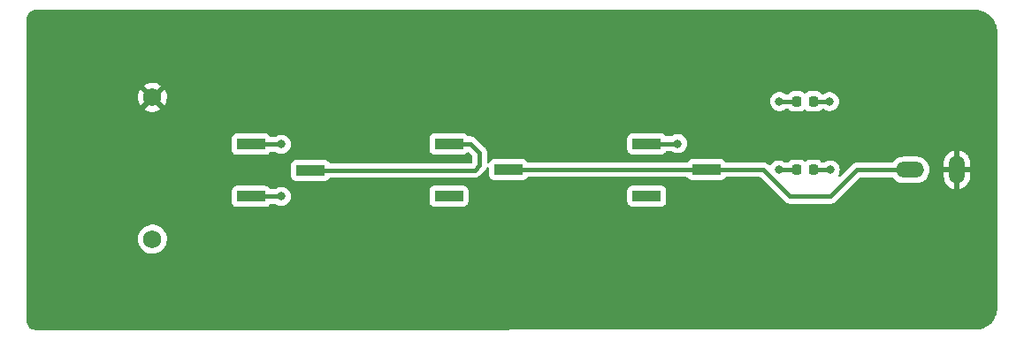
<source format=gtl>
%TF.GenerationSoftware,KiCad,Pcbnew,(6.0.2)*%
%TF.CreationDate,2022-08-27T15:51:37-07:00*%
%TF.ProjectId,TxBoard,5478426f-6172-4642-9e6b-696361645f70,5*%
%TF.SameCoordinates,Original*%
%TF.FileFunction,Copper,L1,Top*%
%TF.FilePolarity,Positive*%
%FSLAX46Y46*%
G04 Gerber Fmt 4.6, Leading zero omitted, Abs format (unit mm)*
G04 Created by KiCad (PCBNEW (6.0.2)) date 2022-08-27 15:51:37*
%MOMM*%
%LPD*%
G01*
G04 APERTURE LIST*
G04 Aperture macros list*
%AMRoundRect*
0 Rectangle with rounded corners*
0 $1 Rounding radius*
0 $2 $3 $4 $5 $6 $7 $8 $9 X,Y pos of 4 corners*
0 Add a 4 corners polygon primitive as box body*
4,1,4,$2,$3,$4,$5,$6,$7,$8,$9,$2,$3,0*
0 Add four circle primitives for the rounded corners*
1,1,$1+$1,$2,$3*
1,1,$1+$1,$4,$5*
1,1,$1+$1,$6,$7*
1,1,$1+$1,$8,$9*
0 Add four rect primitives between the rounded corners*
20,1,$1+$1,$2,$3,$4,$5,0*
20,1,$1+$1,$4,$5,$6,$7,0*
20,1,$1+$1,$6,$7,$8,$9,0*
20,1,$1+$1,$8,$9,$2,$3,0*%
G04 Aperture macros list end*
%TA.AperFunction,SMDPad,CuDef*%
%ADD10RoundRect,0.218750X0.218750X0.256250X-0.218750X0.256250X-0.218750X-0.256250X0.218750X-0.256250X0*%
%TD*%
%TA.AperFunction,ComponentPad*%
%ADD11C,7.000000*%
%TD*%
%TA.AperFunction,SMDPad,CuDef*%
%ADD12R,2.700000X1.000000*%
%TD*%
%TA.AperFunction,ComponentPad*%
%ADD13O,2.717800X1.501800*%
%TD*%
%TA.AperFunction,ComponentPad*%
%ADD14O,1.501800X2.717800*%
%TD*%
%TA.AperFunction,ComponentPad*%
%ADD15C,1.755000*%
%TD*%
%TA.AperFunction,ViaPad*%
%ADD16C,0.800000*%
%TD*%
%TA.AperFunction,Conductor*%
%ADD17C,0.381000*%
%TD*%
%TA.AperFunction,Conductor*%
%ADD18C,0.250000*%
%TD*%
G04 APERTURE END LIST*
D10*
X178841500Y-90600000D03*
X177266500Y-90600000D03*
X178841500Y-97155000D03*
X177266500Y-97155000D03*
D11*
X108077000Y-86360000D03*
D12*
X143950000Y-94650000D03*
X149650000Y-97150000D03*
X143950000Y-99650000D03*
D11*
X189200000Y-86360000D03*
D12*
X162900000Y-94650000D03*
X168600000Y-97150000D03*
X162900000Y-99650000D03*
X125000000Y-94700000D03*
X130700000Y-97200000D03*
X125000000Y-99700000D03*
D11*
X189300000Y-107950000D03*
X108077000Y-107950000D03*
D13*
X188099999Y-97155000D03*
D14*
X192600000Y-97155000D03*
D15*
X115572000Y-103795000D03*
X115572000Y-90205000D03*
D16*
X180467000Y-97155000D03*
X175600000Y-90600000D03*
X175545000Y-97155000D03*
X165850000Y-94650000D03*
X127900000Y-99700000D03*
X127900000Y-94700000D03*
X180400000Y-90600000D03*
D17*
X176595000Y-99695000D02*
X174050000Y-97150000D01*
X183045000Y-97155000D02*
X180505000Y-99695000D01*
X174050000Y-97150000D02*
X168600000Y-97150000D01*
X180505000Y-99695000D02*
X176595000Y-99695000D01*
X188099999Y-97155000D02*
X183045000Y-97155000D01*
X168600000Y-97150000D02*
X149650000Y-97150000D01*
X178929000Y-97155000D02*
X180467000Y-97155000D01*
D18*
X175600000Y-90600000D02*
X175500000Y-90600000D01*
D17*
X177179000Y-90600000D02*
X175600000Y-90600000D01*
X177179000Y-97155000D02*
X175545000Y-97155000D01*
X162900000Y-94650000D02*
X165850000Y-94650000D01*
X125000000Y-99700000D02*
X127900000Y-99700000D01*
X127900000Y-94700000D02*
X125000000Y-94700000D01*
X178929000Y-90600000D02*
X180400000Y-90600000D01*
X146900000Y-95500000D02*
X146900000Y-96700000D01*
X146050000Y-94650000D02*
X146900000Y-95500000D01*
X146900000Y-96700000D02*
X146400000Y-97200000D01*
X143950000Y-94650000D02*
X146050000Y-94650000D01*
X146400000Y-97200000D02*
X130700000Y-97200000D01*
%TA.AperFunction,Conductor*%
G36*
X194270057Y-81809500D02*
G01*
X194284858Y-81811805D01*
X194284861Y-81811805D01*
X194293730Y-81813186D01*
X194310899Y-81810941D01*
X194334838Y-81810108D01*
X194556608Y-81823522D01*
X194571713Y-81825356D01*
X194817082Y-81870322D01*
X194831855Y-81873963D01*
X195070025Y-81948180D01*
X195084243Y-81953572D01*
X195311721Y-82055952D01*
X195325194Y-82063023D01*
X195538674Y-82192076D01*
X195551195Y-82200718D01*
X195738808Y-82347704D01*
X195747571Y-82354569D01*
X195758959Y-82364659D01*
X195935341Y-82541041D01*
X195945431Y-82552429D01*
X196065959Y-82706271D01*
X196099281Y-82748804D01*
X196107924Y-82761326D01*
X196236977Y-82974806D01*
X196244047Y-82988277D01*
X196252615Y-83007313D01*
X196346426Y-83215753D01*
X196351822Y-83229980D01*
X196426037Y-83468145D01*
X196429678Y-83482918D01*
X196474644Y-83728287D01*
X196476478Y-83743391D01*
X196489455Y-83957929D01*
X196488198Y-83984639D01*
X196488195Y-83984859D01*
X196486814Y-83993730D01*
X196487978Y-84002632D01*
X196487978Y-84002635D01*
X196490936Y-84025251D01*
X196492000Y-84041589D01*
X196492000Y-110250672D01*
X196490500Y-110270056D01*
X196486814Y-110293730D01*
X196489059Y-110310897D01*
X196489892Y-110334838D01*
X196476478Y-110556608D01*
X196474644Y-110571713D01*
X196429678Y-110817082D01*
X196426037Y-110831855D01*
X196351822Y-111070020D01*
X196346428Y-111084243D01*
X196244048Y-111311721D01*
X196236977Y-111325194D01*
X196107924Y-111538674D01*
X196099282Y-111551195D01*
X196072871Y-111584906D01*
X195945431Y-111747571D01*
X195935341Y-111758959D01*
X195758959Y-111935341D01*
X195747571Y-111945431D01*
X195551196Y-112099281D01*
X195538674Y-112107924D01*
X195325194Y-112236977D01*
X195311723Y-112244047D01*
X195084243Y-112346428D01*
X195070025Y-112351820D01*
X194841990Y-112422879D01*
X194831855Y-112426037D01*
X194817082Y-112429678D01*
X194571713Y-112474644D01*
X194556609Y-112476478D01*
X194342071Y-112489455D01*
X194315361Y-112488198D01*
X194315141Y-112488195D01*
X194306270Y-112486814D01*
X194297368Y-112487978D01*
X194297366Y-112487978D01*
X194286073Y-112489455D01*
X194274707Y-112490941D01*
X194258388Y-112492005D01*
X104439252Y-112502045D01*
X104419859Y-112500545D01*
X104412011Y-112499324D01*
X104405092Y-112498246D01*
X104405090Y-112498246D01*
X104396220Y-112496865D01*
X104385222Y-112498303D01*
X104356539Y-112498760D01*
X104298201Y-112493014D01*
X104228278Y-112486127D01*
X104204056Y-112481309D01*
X104060466Y-112437752D01*
X104037653Y-112428302D01*
X103905326Y-112357571D01*
X103884789Y-112343848D01*
X103768804Y-112248662D01*
X103751338Y-112231196D01*
X103656152Y-112115211D01*
X103642429Y-112094674D01*
X103571698Y-111962347D01*
X103562248Y-111939534D01*
X103518691Y-111795944D01*
X103513873Y-111771722D01*
X103501905Y-111650216D01*
X103502358Y-111634174D01*
X103501644Y-111634165D01*
X103501754Y-111625192D01*
X103503135Y-111616320D01*
X103501971Y-111607419D01*
X103501971Y-111607414D01*
X103499027Y-111584906D01*
X103497963Y-111568524D01*
X103500678Y-103761021D01*
X114181665Y-103761021D01*
X114194785Y-103988555D01*
X114244890Y-104210891D01*
X114246834Y-104215677D01*
X114246835Y-104215682D01*
X114283903Y-104306969D01*
X114330636Y-104422058D01*
X114449720Y-104616385D01*
X114598943Y-104788653D01*
X114774299Y-104934236D01*
X114778751Y-104936838D01*
X114778756Y-104936841D01*
X114966619Y-105046619D01*
X114971077Y-105049224D01*
X115183993Y-105130528D01*
X115189061Y-105131559D01*
X115189064Y-105131560D01*
X115298741Y-105153874D01*
X115407330Y-105175967D01*
X115412503Y-105176157D01*
X115412506Y-105176157D01*
X115629925Y-105184129D01*
X115629929Y-105184129D01*
X115635089Y-105184318D01*
X115640209Y-105183662D01*
X115640211Y-105183662D01*
X115856025Y-105156016D01*
X115856026Y-105156016D01*
X115861153Y-105155359D01*
X115866103Y-105153874D01*
X116074497Y-105091353D01*
X116074502Y-105091351D01*
X116079452Y-105089866D01*
X116085548Y-105086880D01*
X116279473Y-104991877D01*
X116279478Y-104991874D01*
X116284124Y-104989598D01*
X116288334Y-104986595D01*
X116288339Y-104986592D01*
X116465458Y-104860254D01*
X116465463Y-104860250D01*
X116469670Y-104857249D01*
X116631109Y-104696373D01*
X116685782Y-104620288D01*
X116761087Y-104515489D01*
X116764105Y-104511289D01*
X116806030Y-104426462D01*
X116862793Y-104311611D01*
X116862794Y-104311609D01*
X116865087Y-104306969D01*
X116931341Y-104088900D01*
X116961090Y-103862938D01*
X116962750Y-103795000D01*
X116944075Y-103567854D01*
X116888552Y-103346809D01*
X116797673Y-103137800D01*
X116673877Y-102946441D01*
X116520489Y-102777870D01*
X116516438Y-102774671D01*
X116516434Y-102774667D01*
X116345683Y-102639816D01*
X116345678Y-102639813D01*
X116341629Y-102636615D01*
X116337113Y-102634122D01*
X116337110Y-102634120D01*
X116146624Y-102528966D01*
X116146620Y-102528964D01*
X116142100Y-102526469D01*
X116137231Y-102524745D01*
X116137227Y-102524743D01*
X115932136Y-102452116D01*
X115932132Y-102452115D01*
X115927261Y-102450390D01*
X115922168Y-102449483D01*
X115922165Y-102449482D01*
X115707970Y-102411328D01*
X115707964Y-102411327D01*
X115702881Y-102410422D01*
X115629469Y-102409525D01*
X115480156Y-102407701D01*
X115480154Y-102407701D01*
X115474986Y-102407638D01*
X115249697Y-102442112D01*
X115033063Y-102512919D01*
X115028475Y-102515307D01*
X115028471Y-102515309D01*
X114835491Y-102615768D01*
X114830902Y-102618157D01*
X114826769Y-102621260D01*
X114826766Y-102621262D01*
X114809641Y-102634120D01*
X114648645Y-102755000D01*
X114491184Y-102919773D01*
X114362750Y-103108050D01*
X114266791Y-103314777D01*
X114205884Y-103534399D01*
X114181665Y-103761021D01*
X103500678Y-103761021D01*
X103501899Y-100248134D01*
X123141500Y-100248134D01*
X123148255Y-100310316D01*
X123199385Y-100446705D01*
X123286739Y-100563261D01*
X123403295Y-100650615D01*
X123539684Y-100701745D01*
X123601866Y-100708500D01*
X126398134Y-100708500D01*
X126460316Y-100701745D01*
X126596705Y-100650615D01*
X126713261Y-100563261D01*
X126798569Y-100449435D01*
X126855428Y-100406920D01*
X126899395Y-100399000D01*
X127275519Y-100399000D01*
X127343640Y-100419002D01*
X127349580Y-100423064D01*
X127392010Y-100453891D01*
X127443248Y-100491118D01*
X127449276Y-100493802D01*
X127449278Y-100493803D01*
X127611681Y-100566109D01*
X127617712Y-100568794D01*
X127711112Y-100588647D01*
X127798056Y-100607128D01*
X127798061Y-100607128D01*
X127804513Y-100608500D01*
X127995487Y-100608500D01*
X128001939Y-100607128D01*
X128001944Y-100607128D01*
X128088888Y-100588647D01*
X128182288Y-100568794D01*
X128188319Y-100566109D01*
X128350722Y-100493803D01*
X128350724Y-100493802D01*
X128356752Y-100491118D01*
X128511253Y-100378866D01*
X128516216Y-100373354D01*
X128634621Y-100241852D01*
X128634622Y-100241851D01*
X128639040Y-100236944D01*
X128661447Y-100198134D01*
X142091500Y-100198134D01*
X142098255Y-100260316D01*
X142149385Y-100396705D01*
X142236739Y-100513261D01*
X142353295Y-100600615D01*
X142489684Y-100651745D01*
X142551866Y-100658500D01*
X145348134Y-100658500D01*
X145410316Y-100651745D01*
X145546705Y-100600615D01*
X145663261Y-100513261D01*
X145750615Y-100396705D01*
X145801745Y-100260316D01*
X145808500Y-100198134D01*
X161041500Y-100198134D01*
X161048255Y-100260316D01*
X161099385Y-100396705D01*
X161186739Y-100513261D01*
X161303295Y-100600615D01*
X161439684Y-100651745D01*
X161501866Y-100658500D01*
X164298134Y-100658500D01*
X164360316Y-100651745D01*
X164496705Y-100600615D01*
X164613261Y-100513261D01*
X164700615Y-100396705D01*
X164751745Y-100260316D01*
X164758500Y-100198134D01*
X164758500Y-99101866D01*
X164751745Y-99039684D01*
X164700615Y-98903295D01*
X164613261Y-98786739D01*
X164496705Y-98699385D01*
X164360316Y-98648255D01*
X164298134Y-98641500D01*
X161501866Y-98641500D01*
X161439684Y-98648255D01*
X161303295Y-98699385D01*
X161186739Y-98786739D01*
X161099385Y-98903295D01*
X161048255Y-99039684D01*
X161041500Y-99101866D01*
X161041500Y-100198134D01*
X145808500Y-100198134D01*
X145808500Y-99101866D01*
X145801745Y-99039684D01*
X145750615Y-98903295D01*
X145663261Y-98786739D01*
X145546705Y-98699385D01*
X145410316Y-98648255D01*
X145348134Y-98641500D01*
X142551866Y-98641500D01*
X142489684Y-98648255D01*
X142353295Y-98699385D01*
X142236739Y-98786739D01*
X142149385Y-98903295D01*
X142098255Y-99039684D01*
X142091500Y-99101866D01*
X142091500Y-100198134D01*
X128661447Y-100198134D01*
X128734527Y-100071556D01*
X128793542Y-99889928D01*
X128813504Y-99700000D01*
X128793542Y-99510072D01*
X128734527Y-99328444D01*
X128639040Y-99163056D01*
X128628965Y-99151866D01*
X128515675Y-99026045D01*
X128515674Y-99026044D01*
X128511253Y-99021134D01*
X128356752Y-98908882D01*
X128350724Y-98906198D01*
X128350722Y-98906197D01*
X128188319Y-98833891D01*
X128188318Y-98833891D01*
X128182288Y-98831206D01*
X128088887Y-98811353D01*
X128001944Y-98792872D01*
X128001939Y-98792872D01*
X127995487Y-98791500D01*
X127804513Y-98791500D01*
X127798061Y-98792872D01*
X127798056Y-98792872D01*
X127711113Y-98811353D01*
X127617712Y-98831206D01*
X127611682Y-98833891D01*
X127611681Y-98833891D01*
X127449278Y-98906197D01*
X127449276Y-98906198D01*
X127443248Y-98908882D01*
X127437907Y-98912762D01*
X127437906Y-98912763D01*
X127349580Y-98976936D01*
X127282712Y-99000794D01*
X127275519Y-99001000D01*
X126899395Y-99001000D01*
X126831274Y-98980998D01*
X126798569Y-98950565D01*
X126718642Y-98843919D01*
X126713261Y-98836739D01*
X126596705Y-98749385D01*
X126460316Y-98698255D01*
X126398134Y-98691500D01*
X123601866Y-98691500D01*
X123539684Y-98698255D01*
X123403295Y-98749385D01*
X123286739Y-98836739D01*
X123199385Y-98953295D01*
X123148255Y-99089684D01*
X123141500Y-99151866D01*
X123141500Y-100248134D01*
X103501899Y-100248134D01*
X103502769Y-97748134D01*
X128841500Y-97748134D01*
X128848255Y-97810316D01*
X128899385Y-97946705D01*
X128986739Y-98063261D01*
X129103295Y-98150615D01*
X129239684Y-98201745D01*
X129301866Y-98208500D01*
X132098134Y-98208500D01*
X132160316Y-98201745D01*
X132296705Y-98150615D01*
X132413261Y-98063261D01*
X132498569Y-97949435D01*
X132555428Y-97906920D01*
X132599395Y-97899000D01*
X146371401Y-97899000D01*
X146379971Y-97899292D01*
X146429277Y-97902654D01*
X146429281Y-97902654D01*
X146436852Y-97903170D01*
X146444328Y-97901865D01*
X146444332Y-97901865D01*
X146498924Y-97892337D01*
X146505449Y-97891374D01*
X146560418Y-97884722D01*
X146560420Y-97884721D01*
X146567960Y-97883809D01*
X146575062Y-97881125D01*
X146578500Y-97880281D01*
X146592623Y-97876417D01*
X146596034Y-97875387D01*
X146603517Y-97874081D01*
X146621801Y-97866055D01*
X146661198Y-97848761D01*
X146667304Y-97846270D01*
X146719117Y-97826691D01*
X146719118Y-97826690D01*
X146726222Y-97824006D01*
X146732477Y-97819707D01*
X146735618Y-97818065D01*
X146748372Y-97810967D01*
X146751478Y-97809130D01*
X146758433Y-97806077D01*
X146764460Y-97801452D01*
X146764464Y-97801450D01*
X146808402Y-97767735D01*
X146813720Y-97763871D01*
X146865652Y-97728179D01*
X146906526Y-97682303D01*
X146911490Y-97677045D01*
X147374053Y-97214483D01*
X147380319Y-97208630D01*
X147417547Y-97176154D01*
X147423274Y-97171158D01*
X147459498Y-97119617D01*
X147463423Y-97114332D01*
X147497607Y-97070735D01*
X147502292Y-97064760D01*
X147505416Y-97057842D01*
X147507245Y-97054821D01*
X147514500Y-97042102D01*
X147516188Y-97038954D01*
X147520556Y-97032739D01*
X147543438Y-96974050D01*
X147545991Y-96967976D01*
X147550665Y-96957625D01*
X147596929Y-96903772D01*
X147664964Y-96883480D01*
X147733169Y-96903192D01*
X147779890Y-96956649D01*
X147791500Y-97009479D01*
X147791500Y-97698134D01*
X147798255Y-97760316D01*
X147849385Y-97896705D01*
X147936739Y-98013261D01*
X148053295Y-98100615D01*
X148189684Y-98151745D01*
X148251866Y-98158500D01*
X151048134Y-98158500D01*
X151110316Y-98151745D01*
X151246705Y-98100615D01*
X151363261Y-98013261D01*
X151448569Y-97899435D01*
X151505428Y-97856920D01*
X151549395Y-97849000D01*
X166700605Y-97849000D01*
X166768726Y-97869002D01*
X166801431Y-97899435D01*
X166886739Y-98013261D01*
X167003295Y-98100615D01*
X167139684Y-98151745D01*
X167201866Y-98158500D01*
X169998134Y-98158500D01*
X170060316Y-98151745D01*
X170196705Y-98100615D01*
X170313261Y-98013261D01*
X170398569Y-97899435D01*
X170455428Y-97856920D01*
X170499395Y-97849000D01*
X173708275Y-97849000D01*
X173776396Y-97869002D01*
X173797370Y-97885905D01*
X174943749Y-99032285D01*
X176080510Y-100169046D01*
X176086363Y-100175311D01*
X176123842Y-100218274D01*
X176175383Y-100254498D01*
X176180668Y-100258423D01*
X176192519Y-100267715D01*
X176230240Y-100297292D01*
X176237158Y-100300416D01*
X176240179Y-100302245D01*
X176252898Y-100309500D01*
X176256046Y-100311188D01*
X176262261Y-100315556D01*
X176320950Y-100338438D01*
X176326995Y-100340978D01*
X176384435Y-100366913D01*
X176391908Y-100368298D01*
X176395326Y-100369369D01*
X176409315Y-100373354D01*
X176412807Y-100374251D01*
X176419889Y-100377012D01*
X176427422Y-100378004D01*
X176427423Y-100378004D01*
X176482330Y-100385233D01*
X176488843Y-100386265D01*
X176543318Y-100396361D01*
X176543320Y-100396361D01*
X176550787Y-100397745D01*
X176558367Y-100397308D01*
X176558368Y-100397308D01*
X176612112Y-100394209D01*
X176619365Y-100394000D01*
X180476401Y-100394000D01*
X180484971Y-100394292D01*
X180534277Y-100397654D01*
X180534281Y-100397654D01*
X180541852Y-100398170D01*
X180549328Y-100396865D01*
X180549332Y-100396865D01*
X180603924Y-100387337D01*
X180610449Y-100386374D01*
X180665418Y-100379722D01*
X180665420Y-100379721D01*
X180672960Y-100378809D01*
X180680062Y-100376125D01*
X180683500Y-100375281D01*
X180697623Y-100371417D01*
X180701034Y-100370387D01*
X180708517Y-100369081D01*
X180766197Y-100343761D01*
X180772304Y-100341270D01*
X180824117Y-100321691D01*
X180824118Y-100321690D01*
X180831222Y-100319006D01*
X180837477Y-100314707D01*
X180840618Y-100313065D01*
X180853372Y-100305967D01*
X180856478Y-100304130D01*
X180863433Y-100301077D01*
X180869460Y-100296452D01*
X180869464Y-100296450D01*
X180913402Y-100262735D01*
X180918720Y-100258871D01*
X180970652Y-100223179D01*
X181011519Y-100177311D01*
X181016499Y-100172036D01*
X183297630Y-97890905D01*
X183359942Y-97856879D01*
X183386725Y-97854000D01*
X186378680Y-97854000D01*
X186446801Y-97874002D01*
X186478642Y-97903296D01*
X186561212Y-98010903D01*
X186565357Y-98014674D01*
X186565360Y-98014678D01*
X186689875Y-98127978D01*
X186727489Y-98162204D01*
X186917933Y-98281669D01*
X187126521Y-98365521D01*
X187132012Y-98366658D01*
X187132015Y-98366659D01*
X187271695Y-98395585D01*
X187346662Y-98411110D01*
X187351273Y-98411376D01*
X187351274Y-98411376D01*
X187401899Y-98414295D01*
X187401903Y-98414295D01*
X187403722Y-98414400D01*
X188765033Y-98414400D01*
X188767819Y-98414151D01*
X188767827Y-98414151D01*
X188849803Y-98406835D01*
X188931921Y-98399506D01*
X188937337Y-98398024D01*
X188937339Y-98398024D01*
X189056149Y-98365521D01*
X189148765Y-98340184D01*
X189153823Y-98337772D01*
X189153827Y-98337770D01*
X189271444Y-98281669D01*
X189351677Y-98243400D01*
X189534243Y-98112213D01*
X189690692Y-97950769D01*
X189780442Y-97817207D01*
X191341100Y-97817207D01*
X191341349Y-97822802D01*
X191355490Y-97981237D01*
X191357472Y-97992252D01*
X191413807Y-98198180D01*
X191417701Y-98208653D01*
X191509618Y-98401360D01*
X191515304Y-98410975D01*
X191639891Y-98584357D01*
X191647199Y-98592823D01*
X191800514Y-98741394D01*
X191809211Y-98748437D01*
X191986409Y-98867509D01*
X191996209Y-98872897D01*
X192191697Y-98958711D01*
X192202296Y-98962278D01*
X192328384Y-98992549D01*
X192342470Y-98991844D01*
X192346000Y-98982965D01*
X192346000Y-98982317D01*
X192854000Y-98982317D01*
X192858105Y-98996297D01*
X192867778Y-98997799D01*
X192868160Y-98997717D01*
X193072224Y-98934938D01*
X193082570Y-98930717D01*
X193272296Y-98832792D01*
X193281727Y-98826807D01*
X193451118Y-98696828D01*
X193459335Y-98689272D01*
X193603030Y-98531353D01*
X193609783Y-98522457D01*
X193723242Y-98341589D01*
X193728313Y-98331638D01*
X193807949Y-98133535D01*
X193811178Y-98122840D01*
X193854674Y-97912803D01*
X193855877Y-97903666D01*
X193858795Y-97853062D01*
X193858900Y-97849415D01*
X193858900Y-97427115D01*
X193854425Y-97411876D01*
X193853035Y-97410671D01*
X193845352Y-97409000D01*
X192872115Y-97409000D01*
X192856876Y-97413475D01*
X192855671Y-97414865D01*
X192854000Y-97422548D01*
X192854000Y-98982317D01*
X192346000Y-98982317D01*
X192346000Y-97427115D01*
X192341525Y-97411876D01*
X192340135Y-97410671D01*
X192332452Y-97409000D01*
X191359215Y-97409000D01*
X191343976Y-97413475D01*
X191342771Y-97414865D01*
X191341100Y-97422548D01*
X191341100Y-97817207D01*
X189780442Y-97817207D01*
X189816080Y-97764173D01*
X189906443Y-97558321D01*
X189941601Y-97411876D01*
X189957614Y-97345178D01*
X189957614Y-97345177D01*
X189958924Y-97339721D01*
X189969002Y-97164943D01*
X189971542Y-97120888D01*
X189971542Y-97120885D01*
X189971865Y-97115281D01*
X189944857Y-96892098D01*
X189942023Y-96882885D01*
X191341100Y-96882885D01*
X191345575Y-96898124D01*
X191346965Y-96899329D01*
X191354648Y-96901000D01*
X192327885Y-96901000D01*
X192343124Y-96896525D01*
X192344329Y-96895135D01*
X192346000Y-96887452D01*
X192346000Y-96882885D01*
X192854000Y-96882885D01*
X192858475Y-96898124D01*
X192859865Y-96899329D01*
X192867548Y-96901000D01*
X193840785Y-96901000D01*
X193856024Y-96896525D01*
X193857229Y-96895135D01*
X193858900Y-96887452D01*
X193858900Y-96492793D01*
X193858651Y-96487198D01*
X193844510Y-96328763D01*
X193842528Y-96317748D01*
X193786193Y-96111820D01*
X193782299Y-96101347D01*
X193690382Y-95908640D01*
X193684696Y-95899025D01*
X193560109Y-95725643D01*
X193552801Y-95717177D01*
X193399486Y-95568606D01*
X193390789Y-95561563D01*
X193213591Y-95442491D01*
X193203791Y-95437103D01*
X193008303Y-95351289D01*
X192997704Y-95347722D01*
X192871616Y-95317451D01*
X192857530Y-95318156D01*
X192854000Y-95327035D01*
X192854000Y-96882885D01*
X192346000Y-96882885D01*
X192346000Y-95327683D01*
X192341895Y-95313703D01*
X192332222Y-95312201D01*
X192331840Y-95312283D01*
X192127776Y-95375062D01*
X192117430Y-95379283D01*
X191927704Y-95477208D01*
X191918273Y-95483193D01*
X191748882Y-95613172D01*
X191740665Y-95620728D01*
X191596970Y-95778647D01*
X191590217Y-95787543D01*
X191476758Y-95968411D01*
X191471687Y-95978362D01*
X191392051Y-96176465D01*
X191388822Y-96187160D01*
X191345326Y-96397197D01*
X191344123Y-96406334D01*
X191341205Y-96456938D01*
X191341100Y-96460585D01*
X191341100Y-96882885D01*
X189942023Y-96882885D01*
X189878753Y-96677224D01*
X189872776Y-96665642D01*
X189778214Y-96482433D01*
X189778213Y-96482432D01*
X189775643Y-96477452D01*
X189638786Y-96299097D01*
X189634641Y-96295326D01*
X189634638Y-96295322D01*
X189476662Y-96151575D01*
X189472509Y-96147796D01*
X189282065Y-96028331D01*
X189073477Y-95944479D01*
X189067986Y-95943342D01*
X189067983Y-95943341D01*
X188916526Y-95911976D01*
X188853336Y-95898890D01*
X188848725Y-95898624D01*
X188848724Y-95898624D01*
X188798099Y-95895705D01*
X188798095Y-95895705D01*
X188796276Y-95895600D01*
X187434965Y-95895600D01*
X187432179Y-95895849D01*
X187432171Y-95895849D01*
X187350195Y-95903165D01*
X187268077Y-95910494D01*
X187262661Y-95911976D01*
X187262659Y-95911976D01*
X187177563Y-95935256D01*
X187051233Y-95969816D01*
X187046175Y-95972228D01*
X187046171Y-95972230D01*
X186949777Y-96018208D01*
X186848321Y-96066600D01*
X186665755Y-96197787D01*
X186509306Y-96359231D01*
X186496101Y-96378882D01*
X186481725Y-96400276D01*
X186427129Y-96445661D01*
X186377143Y-96456000D01*
X183073589Y-96456000D01*
X183065019Y-96455708D01*
X183015724Y-96452347D01*
X183015720Y-96452347D01*
X183008148Y-96451831D01*
X183000671Y-96453136D01*
X183000670Y-96453136D01*
X182978886Y-96456938D01*
X182946085Y-96462663D01*
X182939568Y-96463624D01*
X182925461Y-96465331D01*
X182884582Y-96470278D01*
X182884579Y-96470279D01*
X182877040Y-96471191D01*
X182869931Y-96473877D01*
X182866488Y-96474723D01*
X182852363Y-96478586D01*
X182848958Y-96479614D01*
X182841482Y-96480919D01*
X182783810Y-96506235D01*
X182777715Y-96508723D01*
X182725880Y-96528310D01*
X182725878Y-96528311D01*
X182718778Y-96530994D01*
X182712526Y-96535291D01*
X182709383Y-96536934D01*
X182696635Y-96544029D01*
X182693523Y-96545870D01*
X182686567Y-96548923D01*
X182637500Y-96586573D01*
X182636602Y-96587262D01*
X182631275Y-96591133D01*
X182579348Y-96626821D01*
X182574296Y-96632491D01*
X182574295Y-96632492D01*
X182538490Y-96672679D01*
X182533509Y-96677955D01*
X181454562Y-97756903D01*
X181392251Y-97790927D01*
X181321436Y-97785863D01*
X181264600Y-97743316D01*
X181239789Y-97676796D01*
X181256349Y-97604807D01*
X181298223Y-97532279D01*
X181298224Y-97532278D01*
X181301527Y-97526556D01*
X181360542Y-97344928D01*
X181361679Y-97334116D01*
X181379814Y-97161565D01*
X181380504Y-97155000D01*
X181375743Y-97109704D01*
X181361232Y-96971635D01*
X181361232Y-96971633D01*
X181360542Y-96965072D01*
X181301527Y-96783444D01*
X181206040Y-96618056D01*
X181191463Y-96601866D01*
X181082675Y-96481045D01*
X181082674Y-96481044D01*
X181078253Y-96476134D01*
X180969606Y-96397197D01*
X180929094Y-96367763D01*
X180929093Y-96367762D01*
X180923752Y-96363882D01*
X180917724Y-96361198D01*
X180917722Y-96361197D01*
X180755319Y-96288891D01*
X180755318Y-96288891D01*
X180749288Y-96286206D01*
X180655888Y-96266353D01*
X180568944Y-96247872D01*
X180568939Y-96247872D01*
X180562487Y-96246500D01*
X180371513Y-96246500D01*
X180365061Y-96247872D01*
X180365056Y-96247872D01*
X180278112Y-96266353D01*
X180184712Y-96286206D01*
X180178682Y-96288891D01*
X180178681Y-96288891D01*
X180016278Y-96361197D01*
X180016276Y-96361198D01*
X180010248Y-96363882D01*
X180004907Y-96367762D01*
X180004906Y-96367763D01*
X179916580Y-96431936D01*
X179849712Y-96455794D01*
X179842519Y-96456000D01*
X179698274Y-96456000D01*
X179630153Y-96435998D01*
X179609256Y-96419173D01*
X179519233Y-96329307D01*
X179514053Y-96324136D01*
X179369692Y-96235151D01*
X179362743Y-96232846D01*
X179215262Y-96183928D01*
X179215260Y-96183928D01*
X179208731Y-96181762D01*
X179108572Y-96171500D01*
X178574428Y-96171500D01*
X178571182Y-96171837D01*
X178571178Y-96171837D01*
X178537397Y-96175342D01*
X178473018Y-96182022D01*
X178312151Y-96235692D01*
X178167945Y-96324929D01*
X178143113Y-96349805D01*
X178080832Y-96383884D01*
X178010012Y-96378882D01*
X177964922Y-96349960D01*
X177944233Y-96329307D01*
X177939053Y-96324136D01*
X177794692Y-96235151D01*
X177787743Y-96232846D01*
X177640262Y-96183928D01*
X177640260Y-96183928D01*
X177633731Y-96181762D01*
X177533572Y-96171500D01*
X176999428Y-96171500D01*
X176996182Y-96171837D01*
X176996178Y-96171837D01*
X176962397Y-96175342D01*
X176898018Y-96182022D01*
X176737151Y-96235692D01*
X176592945Y-96324929D01*
X176514716Y-96403295D01*
X176499020Y-96419018D01*
X176436738Y-96453097D01*
X176409847Y-96456000D01*
X176169481Y-96456000D01*
X176101360Y-96435998D01*
X176095420Y-96431936D01*
X176007094Y-96367763D01*
X176007093Y-96367762D01*
X176001752Y-96363882D01*
X175995724Y-96361198D01*
X175995722Y-96361197D01*
X175833319Y-96288891D01*
X175833318Y-96288891D01*
X175827288Y-96286206D01*
X175733888Y-96266353D01*
X175646944Y-96247872D01*
X175646939Y-96247872D01*
X175640487Y-96246500D01*
X175449513Y-96246500D01*
X175443061Y-96247872D01*
X175443056Y-96247872D01*
X175356112Y-96266353D01*
X175262712Y-96286206D01*
X175256682Y-96288891D01*
X175256681Y-96288891D01*
X175094278Y-96361197D01*
X175094276Y-96361198D01*
X175088248Y-96363882D01*
X175082907Y-96367762D01*
X175082906Y-96367763D01*
X175042394Y-96397197D01*
X174933747Y-96476134D01*
X174929326Y-96481044D01*
X174929325Y-96481045D01*
X174820538Y-96601866D01*
X174805960Y-96618056D01*
X174802661Y-96623769D01*
X174802658Y-96623774D01*
X174778486Y-96665642D01*
X174727103Y-96714635D01*
X174657390Y-96728071D01*
X174591479Y-96701684D01*
X174580272Y-96691737D01*
X174564497Y-96675962D01*
X174558643Y-96669696D01*
X174521158Y-96626726D01*
X174469622Y-96590506D01*
X174464326Y-96586573D01*
X174420737Y-96552394D01*
X174420734Y-96552392D01*
X174414760Y-96547708D01*
X174407836Y-96544582D01*
X174404801Y-96542744D01*
X174392102Y-96535500D01*
X174388954Y-96533812D01*
X174382739Y-96529444D01*
X174324050Y-96506562D01*
X174318005Y-96504022D01*
X174260565Y-96478087D01*
X174253092Y-96476702D01*
X174249674Y-96475631D01*
X174235685Y-96471646D01*
X174232193Y-96470749D01*
X174225111Y-96467988D01*
X174217578Y-96466996D01*
X174217577Y-96466996D01*
X174162670Y-96459767D01*
X174156157Y-96458735D01*
X174101682Y-96448639D01*
X174101680Y-96448639D01*
X174094213Y-96447255D01*
X174086633Y-96447692D01*
X174086632Y-96447692D01*
X174032888Y-96450791D01*
X174025635Y-96451000D01*
X170499395Y-96451000D01*
X170431274Y-96430998D01*
X170398569Y-96400565D01*
X170346701Y-96331358D01*
X170313261Y-96286739D01*
X170196705Y-96199385D01*
X170060316Y-96148255D01*
X169998134Y-96141500D01*
X167201866Y-96141500D01*
X167139684Y-96148255D01*
X167003295Y-96199385D01*
X166886739Y-96286739D01*
X166853299Y-96331358D01*
X166801431Y-96400565D01*
X166744572Y-96443080D01*
X166700605Y-96451000D01*
X151549395Y-96451000D01*
X151481274Y-96430998D01*
X151448569Y-96400565D01*
X151396701Y-96331358D01*
X151363261Y-96286739D01*
X151246705Y-96199385D01*
X151110316Y-96148255D01*
X151048134Y-96141500D01*
X148251866Y-96141500D01*
X148189684Y-96148255D01*
X148053295Y-96199385D01*
X147936739Y-96286739D01*
X147849385Y-96403295D01*
X147846233Y-96411704D01*
X147846232Y-96411705D01*
X147842982Y-96420374D01*
X147800341Y-96477139D01*
X147733779Y-96501839D01*
X147664430Y-96486632D01*
X147614312Y-96436346D01*
X147599000Y-96376145D01*
X147599000Y-95528600D01*
X147599292Y-95520029D01*
X147601263Y-95491118D01*
X147603170Y-95463149D01*
X147592334Y-95401065D01*
X147591378Y-95394586D01*
X147583809Y-95332040D01*
X147581125Y-95324938D01*
X147580270Y-95321456D01*
X147576430Y-95307421D01*
X147575389Y-95303973D01*
X147574082Y-95296483D01*
X147551358Y-95244717D01*
X147548763Y-95238805D01*
X147546270Y-95232697D01*
X147533210Y-95198134D01*
X161041500Y-95198134D01*
X161048255Y-95260316D01*
X161099385Y-95396705D01*
X161186739Y-95513261D01*
X161303295Y-95600615D01*
X161439684Y-95651745D01*
X161501866Y-95658500D01*
X164298134Y-95658500D01*
X164360316Y-95651745D01*
X164496705Y-95600615D01*
X164613261Y-95513261D01*
X164698569Y-95399435D01*
X164755428Y-95356920D01*
X164799395Y-95349000D01*
X165225519Y-95349000D01*
X165293640Y-95369002D01*
X165299580Y-95373064D01*
X165346179Y-95406920D01*
X165393248Y-95441118D01*
X165399276Y-95443802D01*
X165399278Y-95443803D01*
X165561681Y-95516109D01*
X165567712Y-95518794D01*
X165661112Y-95538647D01*
X165748056Y-95557128D01*
X165748061Y-95557128D01*
X165754513Y-95558500D01*
X165945487Y-95558500D01*
X165951939Y-95557128D01*
X165951944Y-95557128D01*
X166038887Y-95538647D01*
X166132288Y-95518794D01*
X166138319Y-95516109D01*
X166300722Y-95443803D01*
X166300724Y-95443802D01*
X166306752Y-95441118D01*
X166461253Y-95328866D01*
X166470896Y-95318156D01*
X166584621Y-95191852D01*
X166584622Y-95191851D01*
X166589040Y-95186944D01*
X166684527Y-95021556D01*
X166743542Y-94839928D01*
X166763504Y-94650000D01*
X166743542Y-94460072D01*
X166684527Y-94278444D01*
X166589040Y-94113056D01*
X166578965Y-94101866D01*
X166465675Y-93976045D01*
X166465674Y-93976044D01*
X166461253Y-93971134D01*
X166306752Y-93858882D01*
X166300724Y-93856198D01*
X166300722Y-93856197D01*
X166138319Y-93783891D01*
X166138318Y-93783891D01*
X166132288Y-93781206D01*
X166038888Y-93761353D01*
X165951944Y-93742872D01*
X165951939Y-93742872D01*
X165945487Y-93741500D01*
X165754513Y-93741500D01*
X165748061Y-93742872D01*
X165748056Y-93742872D01*
X165661112Y-93761353D01*
X165567712Y-93781206D01*
X165561682Y-93783891D01*
X165561681Y-93783891D01*
X165399278Y-93856197D01*
X165399276Y-93856198D01*
X165393248Y-93858882D01*
X165387907Y-93862762D01*
X165387906Y-93862763D01*
X165299580Y-93926936D01*
X165232712Y-93950794D01*
X165225519Y-93951000D01*
X164799395Y-93951000D01*
X164731274Y-93930998D01*
X164698569Y-93900565D01*
X164650734Y-93836739D01*
X164613261Y-93786739D01*
X164496705Y-93699385D01*
X164360316Y-93648255D01*
X164298134Y-93641500D01*
X161501866Y-93641500D01*
X161439684Y-93648255D01*
X161303295Y-93699385D01*
X161186739Y-93786739D01*
X161099385Y-93903295D01*
X161048255Y-94039684D01*
X161041500Y-94101866D01*
X161041500Y-95198134D01*
X147533210Y-95198134D01*
X147526692Y-95180886D01*
X147526692Y-95180885D01*
X147524006Y-95173778D01*
X147519700Y-95167512D01*
X147518050Y-95164357D01*
X147510931Y-95151565D01*
X147509131Y-95148521D01*
X147506078Y-95141567D01*
X147467740Y-95091604D01*
X147463862Y-95086267D01*
X147432481Y-95040607D01*
X147432479Y-95040605D01*
X147428179Y-95034348D01*
X147406768Y-95015271D01*
X147382312Y-94993482D01*
X147377036Y-94988501D01*
X146564497Y-94175962D01*
X146558643Y-94169696D01*
X146543089Y-94151866D01*
X146521158Y-94126726D01*
X146469622Y-94090506D01*
X146464326Y-94086573D01*
X146420737Y-94052394D01*
X146420734Y-94052392D01*
X146414760Y-94047708D01*
X146407836Y-94044582D01*
X146404801Y-94042744D01*
X146392102Y-94035500D01*
X146388954Y-94033812D01*
X146382739Y-94029444D01*
X146324050Y-94006562D01*
X146318005Y-94004022D01*
X146260565Y-93978087D01*
X146253092Y-93976702D01*
X146249674Y-93975631D01*
X146235685Y-93971646D01*
X146232193Y-93970749D01*
X146225111Y-93967988D01*
X146217578Y-93966996D01*
X146217577Y-93966996D01*
X146162670Y-93959767D01*
X146156157Y-93958735D01*
X146101682Y-93948639D01*
X146101680Y-93948639D01*
X146094213Y-93947255D01*
X146086633Y-93947692D01*
X146086632Y-93947692D01*
X146032888Y-93950791D01*
X146025635Y-93951000D01*
X145849395Y-93951000D01*
X145781274Y-93930998D01*
X145748569Y-93900565D01*
X145700734Y-93836739D01*
X145663261Y-93786739D01*
X145546705Y-93699385D01*
X145410316Y-93648255D01*
X145348134Y-93641500D01*
X142551866Y-93641500D01*
X142489684Y-93648255D01*
X142353295Y-93699385D01*
X142236739Y-93786739D01*
X142149385Y-93903295D01*
X142098255Y-94039684D01*
X142091500Y-94101866D01*
X142091500Y-95198134D01*
X142098255Y-95260316D01*
X142149385Y-95396705D01*
X142236739Y-95513261D01*
X142353295Y-95600615D01*
X142489684Y-95651745D01*
X142551866Y-95658500D01*
X145348134Y-95658500D01*
X145410316Y-95651745D01*
X145546705Y-95600615D01*
X145663261Y-95513261D01*
X145688113Y-95480101D01*
X145744972Y-95437586D01*
X145815791Y-95432560D01*
X145878034Y-95466571D01*
X146164095Y-95752632D01*
X146198121Y-95814944D01*
X146201000Y-95841727D01*
X146201000Y-96358275D01*
X146180998Y-96426396D01*
X146164095Y-96447370D01*
X146147370Y-96464095D01*
X146085058Y-96498121D01*
X146058275Y-96501000D01*
X132599395Y-96501000D01*
X132531274Y-96480998D01*
X132498569Y-96450565D01*
X132436512Y-96367763D01*
X132413261Y-96336739D01*
X132296705Y-96249385D01*
X132160316Y-96198255D01*
X132098134Y-96191500D01*
X129301866Y-96191500D01*
X129239684Y-96198255D01*
X129103295Y-96249385D01*
X128986739Y-96336739D01*
X128899385Y-96453295D01*
X128848255Y-96589684D01*
X128841500Y-96651866D01*
X128841500Y-97748134D01*
X103502769Y-97748134D01*
X103503638Y-95248134D01*
X123141500Y-95248134D01*
X123148255Y-95310316D01*
X123199385Y-95446705D01*
X123286739Y-95563261D01*
X123403295Y-95650615D01*
X123539684Y-95701745D01*
X123601866Y-95708500D01*
X126398134Y-95708500D01*
X126460316Y-95701745D01*
X126596705Y-95650615D01*
X126713261Y-95563261D01*
X126798569Y-95449435D01*
X126855428Y-95406920D01*
X126899395Y-95399000D01*
X127275519Y-95399000D01*
X127343640Y-95419002D01*
X127349580Y-95423064D01*
X127424103Y-95477208D01*
X127443248Y-95491118D01*
X127449276Y-95493802D01*
X127449278Y-95493803D01*
X127611681Y-95566109D01*
X127617712Y-95568794D01*
X127711112Y-95588647D01*
X127798056Y-95607128D01*
X127798061Y-95607128D01*
X127804513Y-95608500D01*
X127995487Y-95608500D01*
X128001939Y-95607128D01*
X128001944Y-95607128D01*
X128088888Y-95588647D01*
X128182288Y-95568794D01*
X128188319Y-95566109D01*
X128350722Y-95493803D01*
X128350724Y-95493802D01*
X128356752Y-95491118D01*
X128375898Y-95477208D01*
X128425571Y-95441118D01*
X128511253Y-95378866D01*
X128531013Y-95356920D01*
X128634621Y-95241852D01*
X128634622Y-95241851D01*
X128639040Y-95236944D01*
X128734527Y-95071556D01*
X128793542Y-94889928D01*
X128813504Y-94700000D01*
X128793542Y-94510072D01*
X128734527Y-94328444D01*
X128639040Y-94163056D01*
X128628965Y-94151866D01*
X128515675Y-94026045D01*
X128515674Y-94026044D01*
X128511253Y-94021134D01*
X128356752Y-93908882D01*
X128350724Y-93906198D01*
X128350722Y-93906197D01*
X128188319Y-93833891D01*
X128188318Y-93833891D01*
X128182288Y-93831206D01*
X128088888Y-93811353D01*
X128001944Y-93792872D01*
X128001939Y-93792872D01*
X127995487Y-93791500D01*
X127804513Y-93791500D01*
X127798061Y-93792872D01*
X127798056Y-93792872D01*
X127711112Y-93811353D01*
X127617712Y-93831206D01*
X127611682Y-93833891D01*
X127611681Y-93833891D01*
X127449278Y-93906197D01*
X127449276Y-93906198D01*
X127443248Y-93908882D01*
X127437907Y-93912762D01*
X127437906Y-93912763D01*
X127349580Y-93976936D01*
X127282712Y-94000794D01*
X127275519Y-94001000D01*
X126899395Y-94001000D01*
X126831274Y-93980998D01*
X126798569Y-93950565D01*
X126718642Y-93843919D01*
X126713261Y-93836739D01*
X126596705Y-93749385D01*
X126460316Y-93698255D01*
X126398134Y-93691500D01*
X123601866Y-93691500D01*
X123539684Y-93698255D01*
X123403295Y-93749385D01*
X123286739Y-93836739D01*
X123199385Y-93953295D01*
X123148255Y-94089684D01*
X123141500Y-94151866D01*
X123141500Y-95248134D01*
X103503638Y-95248134D01*
X103504994Y-91349957D01*
X114791873Y-91349957D01*
X114797154Y-91357011D01*
X114966836Y-91456166D01*
X114976119Y-91460613D01*
X115179302Y-91538201D01*
X115189200Y-91541077D01*
X115402328Y-91584438D01*
X115412556Y-91585657D01*
X115629902Y-91593628D01*
X115640188Y-91593161D01*
X115855921Y-91565525D01*
X115865999Y-91563383D01*
X116074316Y-91500884D01*
X116083914Y-91497122D01*
X116279229Y-91401439D01*
X116288074Y-91396166D01*
X116340964Y-91358440D01*
X116349365Y-91347740D01*
X116342377Y-91334587D01*
X115584812Y-90577022D01*
X115570868Y-90569408D01*
X115569035Y-90569539D01*
X115562420Y-90573790D01*
X114798633Y-91337577D01*
X114791873Y-91349957D01*
X103504994Y-91349957D01*
X103505402Y-90176189D01*
X114182464Y-90176189D01*
X114194985Y-90393326D01*
X114196418Y-90403528D01*
X114244231Y-90615692D01*
X114247314Y-90625532D01*
X114329140Y-90827045D01*
X114333783Y-90836236D01*
X114418461Y-90974419D01*
X114428917Y-90983879D01*
X114437695Y-90980095D01*
X115199978Y-90217812D01*
X115206356Y-90206132D01*
X115936408Y-90206132D01*
X115936539Y-90207965D01*
X115940790Y-90214580D01*
X116702179Y-90975969D01*
X116714190Y-90982528D01*
X116725929Y-90973560D01*
X116760655Y-90925234D01*
X116765969Y-90916389D01*
X116862326Y-90721426D01*
X116866124Y-90711833D01*
X116900101Y-90600000D01*
X174686496Y-90600000D01*
X174706458Y-90789928D01*
X174765473Y-90971556D01*
X174860960Y-91136944D01*
X174988747Y-91278866D01*
X175143248Y-91391118D01*
X175149276Y-91393802D01*
X175149278Y-91393803D01*
X175220905Y-91425693D01*
X175317712Y-91468794D01*
X175411113Y-91488647D01*
X175498056Y-91507128D01*
X175498061Y-91507128D01*
X175504513Y-91508500D01*
X175695487Y-91508500D01*
X175701939Y-91507128D01*
X175701944Y-91507128D01*
X175788888Y-91488647D01*
X175882288Y-91468794D01*
X175979095Y-91425693D01*
X176050722Y-91393803D01*
X176050724Y-91393802D01*
X176056752Y-91391118D01*
X176084283Y-91371116D01*
X176150420Y-91323064D01*
X176217288Y-91299206D01*
X176224481Y-91299000D01*
X176409726Y-91299000D01*
X176477847Y-91319002D01*
X176498744Y-91335827D01*
X176593947Y-91430864D01*
X176738308Y-91519849D01*
X176745256Y-91522154D01*
X176745257Y-91522154D01*
X176892738Y-91571072D01*
X176892740Y-91571072D01*
X176899269Y-91573238D01*
X176999428Y-91583500D01*
X177533572Y-91583500D01*
X177536818Y-91583163D01*
X177536822Y-91583163D01*
X177570603Y-91579658D01*
X177634982Y-91572978D01*
X177795849Y-91519308D01*
X177940055Y-91430071D01*
X177964887Y-91405195D01*
X178027168Y-91371116D01*
X178097988Y-91376118D01*
X178143078Y-91405040D01*
X178168947Y-91430864D01*
X178313308Y-91519849D01*
X178320256Y-91522154D01*
X178320257Y-91522154D01*
X178467738Y-91571072D01*
X178467740Y-91571072D01*
X178474269Y-91573238D01*
X178574428Y-91583500D01*
X179108572Y-91583500D01*
X179111818Y-91583163D01*
X179111822Y-91583163D01*
X179145603Y-91579658D01*
X179209982Y-91572978D01*
X179370849Y-91519308D01*
X179515055Y-91430071D01*
X179608980Y-91335982D01*
X179671262Y-91301903D01*
X179698153Y-91299000D01*
X179775519Y-91299000D01*
X179843640Y-91319002D01*
X179849580Y-91323064D01*
X179915718Y-91371116D01*
X179943248Y-91391118D01*
X179949276Y-91393802D01*
X179949278Y-91393803D01*
X180020905Y-91425693D01*
X180117712Y-91468794D01*
X180211113Y-91488647D01*
X180298056Y-91507128D01*
X180298061Y-91507128D01*
X180304513Y-91508500D01*
X180495487Y-91508500D01*
X180501939Y-91507128D01*
X180501944Y-91507128D01*
X180588888Y-91488647D01*
X180682288Y-91468794D01*
X180779095Y-91425693D01*
X180850722Y-91393803D01*
X180850724Y-91393802D01*
X180856752Y-91391118D01*
X181011253Y-91278866D01*
X181139040Y-91136944D01*
X181234527Y-90971556D01*
X181293542Y-90789928D01*
X181313504Y-90600000D01*
X181293542Y-90410072D01*
X181234527Y-90228444D01*
X181222704Y-90207965D01*
X181142341Y-90068774D01*
X181139040Y-90063056D01*
X181011253Y-89921134D01*
X180856752Y-89808882D01*
X180850724Y-89806198D01*
X180850722Y-89806197D01*
X180688319Y-89733891D01*
X180688318Y-89733891D01*
X180682288Y-89731206D01*
X180588888Y-89711353D01*
X180501944Y-89692872D01*
X180501939Y-89692872D01*
X180495487Y-89691500D01*
X180304513Y-89691500D01*
X180298061Y-89692872D01*
X180298056Y-89692872D01*
X180211113Y-89711353D01*
X180117712Y-89731206D01*
X180111682Y-89733891D01*
X180111681Y-89733891D01*
X179949278Y-89806197D01*
X179949276Y-89806198D01*
X179943248Y-89808882D01*
X179937907Y-89812762D01*
X179937906Y-89812763D01*
X179849580Y-89876936D01*
X179782712Y-89900794D01*
X179775519Y-89901000D01*
X179698274Y-89901000D01*
X179630153Y-89880998D01*
X179609256Y-89864173D01*
X179519233Y-89774307D01*
X179514053Y-89769136D01*
X179369692Y-89680151D01*
X179362743Y-89677846D01*
X179215262Y-89628928D01*
X179215260Y-89628928D01*
X179208731Y-89626762D01*
X179108572Y-89616500D01*
X178574428Y-89616500D01*
X178571182Y-89616837D01*
X178571178Y-89616837D01*
X178537397Y-89620342D01*
X178473018Y-89627022D01*
X178312151Y-89680692D01*
X178167945Y-89769929D01*
X178143113Y-89794805D01*
X178080832Y-89828884D01*
X178010012Y-89823882D01*
X177964922Y-89794960D01*
X177944233Y-89774307D01*
X177939053Y-89769136D01*
X177794692Y-89680151D01*
X177787743Y-89677846D01*
X177640262Y-89628928D01*
X177640260Y-89628928D01*
X177633731Y-89626762D01*
X177533572Y-89616500D01*
X176999428Y-89616500D01*
X176996182Y-89616837D01*
X176996178Y-89616837D01*
X176962397Y-89620342D01*
X176898018Y-89627022D01*
X176737151Y-89680692D01*
X176592945Y-89769929D01*
X176526780Y-89836210D01*
X176499020Y-89864018D01*
X176436738Y-89898097D01*
X176409847Y-89901000D01*
X176224481Y-89901000D01*
X176156360Y-89880998D01*
X176150420Y-89876936D01*
X176062094Y-89812763D01*
X176062093Y-89812762D01*
X176056752Y-89808882D01*
X176050724Y-89806198D01*
X176050722Y-89806197D01*
X175888319Y-89733891D01*
X175888318Y-89733891D01*
X175882288Y-89731206D01*
X175788888Y-89711353D01*
X175701944Y-89692872D01*
X175701939Y-89692872D01*
X175695487Y-89691500D01*
X175504513Y-89691500D01*
X175498061Y-89692872D01*
X175498056Y-89692872D01*
X175411113Y-89711353D01*
X175317712Y-89731206D01*
X175311682Y-89733891D01*
X175311681Y-89733891D01*
X175149278Y-89806197D01*
X175149276Y-89806198D01*
X175143248Y-89808882D01*
X174988747Y-89921134D01*
X174860960Y-90063056D01*
X174857659Y-90068774D01*
X174777297Y-90207965D01*
X174765473Y-90228444D01*
X174706458Y-90410072D01*
X174686496Y-90600000D01*
X116900101Y-90600000D01*
X116929348Y-90503738D01*
X116931525Y-90493668D01*
X116960151Y-90276235D01*
X116960670Y-90269560D01*
X116962166Y-90208364D01*
X116961972Y-90201646D01*
X116944004Y-89983097D01*
X116942319Y-89972917D01*
X116889336Y-89761983D01*
X116886016Y-89752232D01*
X116799290Y-89552774D01*
X116794424Y-89543699D01*
X116724951Y-89436312D01*
X116714264Y-89427108D01*
X116704699Y-89431511D01*
X115944022Y-90192188D01*
X115936408Y-90206132D01*
X115206356Y-90206132D01*
X115207592Y-90203868D01*
X115207461Y-90202035D01*
X115203210Y-90195420D01*
X114442059Y-89434269D01*
X114430523Y-89427969D01*
X114418240Y-89437592D01*
X114366098Y-89514029D01*
X114361010Y-89522985D01*
X114269441Y-89720255D01*
X114265878Y-89729942D01*
X114207759Y-89939511D01*
X114205828Y-89949631D01*
X114182716Y-90165900D01*
X114182464Y-90176189D01*
X103505402Y-90176189D01*
X103505789Y-89061784D01*
X114793580Y-89061784D01*
X114800325Y-89074115D01*
X115559188Y-89832978D01*
X115573132Y-89840592D01*
X115574965Y-89840461D01*
X115581580Y-89836210D01*
X116344969Y-89072821D01*
X116351990Y-89059964D01*
X116344429Y-89049587D01*
X116336820Y-89044532D01*
X116146429Y-88939430D01*
X116137017Y-88935200D01*
X115932008Y-88862602D01*
X115922037Y-88859968D01*
X115707923Y-88821828D01*
X115697671Y-88820859D01*
X115480191Y-88818202D01*
X115469907Y-88818922D01*
X115254922Y-88851818D01*
X115244903Y-88854205D01*
X115038170Y-88921776D01*
X115028668Y-88925771D01*
X114835759Y-89026193D01*
X114827034Y-89031687D01*
X114802033Y-89050459D01*
X114793580Y-89061784D01*
X103505789Y-89061784D01*
X103507984Y-82749391D01*
X103509483Y-82730054D01*
X103511805Y-82715141D01*
X103513186Y-82706271D01*
X103511748Y-82695273D01*
X103511291Y-82666588D01*
X103523924Y-82538329D01*
X103528742Y-82514105D01*
X103572299Y-82370517D01*
X103581749Y-82347704D01*
X103652480Y-82215377D01*
X103666203Y-82194840D01*
X103761389Y-82078855D01*
X103778855Y-82061389D01*
X103894840Y-81966203D01*
X103915377Y-81952480D01*
X104047704Y-81881749D01*
X104070517Y-81872299D01*
X104214107Y-81828742D01*
X104238329Y-81823924D01*
X104289101Y-81818923D01*
X104359838Y-81811956D01*
X104375877Y-81812409D01*
X104375886Y-81811695D01*
X104384859Y-81811805D01*
X104393731Y-81813186D01*
X104402633Y-81812022D01*
X104402636Y-81812022D01*
X104425252Y-81809064D01*
X104441590Y-81808000D01*
X194250672Y-81808000D01*
X194270057Y-81809500D01*
G37*
%TD.AperFunction*%
M02*

</source>
